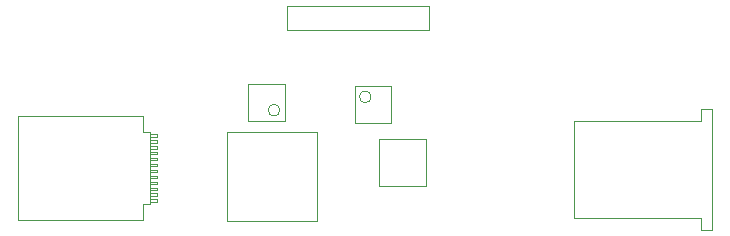
<source format=gbr>
%TF.GenerationSoftware,Altium Limited,Altium Designer,21.6.4 (81)*%
G04 Layer_Color=16711935*
%FSLAX26Y26*%
%MOIN*%
%TF.SameCoordinates,57458678-C278-4CFF-9AA2-19D65F52AC30*%
%TF.FilePolarity,Positive*%
%TF.FileFunction,Other,Mechanical_13*%
%TF.Part,Single*%
G01*
G75*
%TA.AperFunction,NonConductor*%
%ADD47C,0.003937*%
%ADD48C,0.001968*%
D47*
X653543Y193898D02*
G03*
X653543Y193898I-19685J0D01*
G01*
X957677Y238189D02*
G03*
X957677Y238189I-19685J0D01*
G01*
X476378Y-177165D02*
Y122047D01*
X775591Y-177165D02*
Y122047D01*
X476378Y-177165D02*
X775591D01*
X476378Y122047D02*
X775591D01*
X2055906Y159151D02*
Y198520D01*
Y-205024D02*
Y-165652D01*
Y198520D02*
X2093308D01*
X2055906Y-205024D02*
X2093308D01*
Y198520D01*
X1632678Y-165654D02*
X2055906Y-165652D01*
X1632678Y-165654D02*
Y159150D01*
X2055906Y159151D01*
X678149Y539370D02*
X1150591D01*
Y460630D02*
Y539370D01*
X678149Y460630D02*
X1150591D01*
X678149D02*
Y539370D01*
X221409Y-120575D02*
Y121945D01*
X-219536Y-171362D02*
X197787D01*
Y-120575D01*
X221409D01*
X197787Y121945D02*
X221409D01*
X197787D02*
Y172732D01*
X-219536D02*
X197787D01*
X-219536Y-170181D02*
Y172732D01*
X669291Y158465D02*
Y280512D01*
X547244Y158465D02*
Y280512D01*
Y158465D02*
X669291D01*
X547244Y280512D02*
X669291D01*
X982284Y-59055D02*
X1139764D01*
Y98425D01*
X982284D02*
X1139764D01*
X982284Y-59055D02*
Y98425D01*
X902559Y151575D02*
X1024606D01*
X902559Y273622D02*
X1024606D01*
Y151575D02*
Y273622D01*
X902559Y151575D02*
Y273622D01*
D48*
X221409Y-103646D02*
X244638D01*
Y-111520D02*
Y-103646D01*
X221409Y-111520D02*
X244638D01*
X221409Y-83961D02*
X244638D01*
Y-91835D02*
Y-83961D01*
X221409Y-91835D02*
X244638D01*
X221409Y-64276D02*
X244638D01*
Y-72150D02*
Y-64276D01*
X221409Y-72150D02*
X244638D01*
X221409Y-44590D02*
X244638D01*
Y-52465D02*
Y-44590D01*
X221409Y-52465D02*
X244638D01*
X221409Y-24906D02*
X244638D01*
Y-32779D02*
Y-24906D01*
X221409Y-32779D02*
X244638D01*
X221409Y-5220D02*
X244638D01*
Y-13094D02*
Y-5220D01*
X221409Y-13094D02*
X244638D01*
X221409Y112890D02*
X244638D01*
Y105016D02*
Y112890D01*
X221409Y105016D02*
X244638D01*
X221409Y93205D02*
X244638D01*
Y85331D02*
Y93205D01*
X221409Y85331D02*
X244638D01*
X221409Y73520D02*
X244638D01*
Y65646D02*
Y73520D01*
X221409Y65646D02*
X244638D01*
X221409Y53835D02*
X244638D01*
Y45961D02*
Y53835D01*
X221409Y45961D02*
X244638D01*
X221409Y34150D02*
X244638D01*
Y26276D02*
Y34150D01*
X221409Y26276D02*
X244638D01*
X221409Y6591D02*
X244638D01*
Y14465D01*
X221409D02*
X244638D01*
%TF.MD5,df1c902053f8da659852cd9f4a37ea2f*%
M02*

</source>
